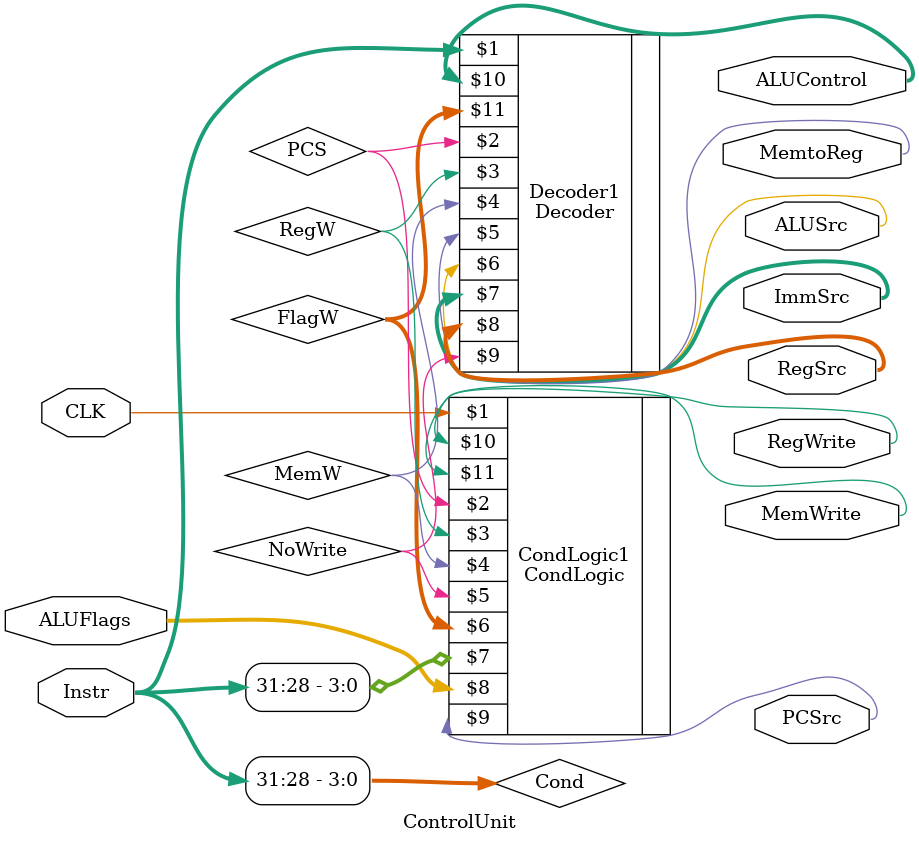
<source format=v>
module ControlUnit(
    input [31:0] Instr,
    input [3:0] ALUFlags,
    input CLK,

    output MemtoReg,
    output MemWrite,
    output ALUSrc,
    output [1:0] ImmSrc,
    output RegWrite,
    output [1:0] RegSrc,
    output [1:0] ALUControl,	
    output PCSrc
    ); 
    
    wire [3:0] Cond;
    wire PSC, RegW, MemW;
    wire [1:0] FlagW;
    wire NoWrite;

    assign Cond=Instr[31:28];


    CondLogic CondLogic1(
     CLK,
     PCS,
     RegW,
     MemW,
     NoWrite,
     FlagW,
     Cond,
     ALUFlags,

     PCSrc,
     RegWrite,
     MemWrite
    );

    Decoder Decoder1(
     Instr,
     PCS,
     RegW,
     MemW,
     MemtoReg,
     ALUSrc,
     ImmSrc,
     RegSrc,
     NoWrite,
     ALUControl,
     FlagW
    );
endmodule
</source>
